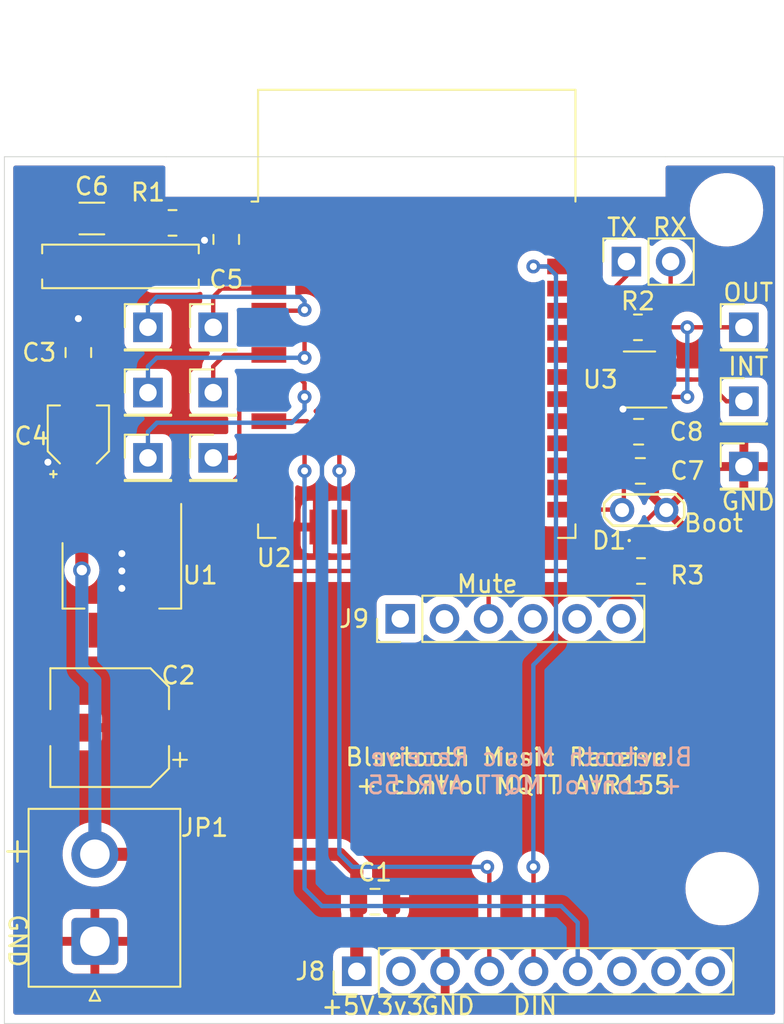
<source format=kicad_pcb>
(kicad_pcb (version 20210228) (generator pcbnew)
  (layers (0 "F.Cu" signal) (31 "B.Cu" signal) (34 "B.Paste" user) (35 "F.Paste" user) (36 "B.SilkS" user "B.Silkscreen") (37 "F.SilkS" user "F.Silkscreen") (38 "B.Mask" user) (39 "F.Mask" user) (44 "Edge.Cuts" user))
  (net 0 "")
  (net 1 "GND")
  (net 2 "+5V")
  (net 3 "+3V3")
  (net 4 "/EN")
  (net 5 "Net-(C7-Pad1)")
  (net 6 "Net-(D1-Pad2)")
  (net 7 "/ADC1_0")
  (net 8 "/AUX1")
  (net 9 "/AUX2")
  (net 10 "/AUX3")
  (net 11 "/AUX4")
  (net 12 "/AUX5")
  (net 13 "/RXD")
  (net 14 "/TXD")
  (net 18 "BCLK")
  (net 19 "DIN")
  (net 20 "WSEL")
  (net 25 "Mute")
  (net 28 "/<-RX IR")
  (net 29 "/Out CPU->")
  (net 30 "Net-(R2-Pad1)")
  (net 31 "Net-(R3-Pad2)")
  (net 34 "Net-(U2-Pad31)")
  (footprint "Capacitor_SMD:C_0805_2012Metric" (layer "F.Cu") (at 109.25 80.95 -90)
    (fp_text reference "C3" (at 0 2.25 180) (layer "F.SilkS"))
    (fp_text value "100nF")
    (fp_line (start -0.261252 -0.735) (end 0.261252 -0.735) (layer "F.SilkS") (width 0.12))
    (fp_line (start -0.261252 0.735) (end 0.261252 0.735) (layer "F.SilkS") (width 0.12))
    (pad "1" smd roundrect (at -0.95 0 270) (size 1 1.45) (layers "F.Cu" "F.Paste" "F.Mask") (net 3 "+3V3"))
    (pad "2" smd roundrect (at 0.95 0 270) (size 1 1.45) (layers "F.Cu" "F.Paste" "F.Mask") (net 1 "GND"))
  )
  (footprint "" (layer "F.Cu") (at 146.5 72.75)
    (fp_text reference "" (at 0 0) (layer "F.SilkS") (effects (font (size 1.27 1.27))))
    (fp_text value "" (at 0 0) (layer "F.SilkS") (effects (font (size 1.27 1.27))))
    (pad "1" np_thru_hole circle (at 0 0) (size 3.2 3.2) (drill 3.2) (layers *.Cu *.Mask))
  )
  (footprint "Connector_PinHeader_2.54mm:PinHeader_1x01_P2.54mm_Vertical" (layer "F.Cu") (at 113.25 79.5)
    (fp_text reference "J2" hide)
    (fp_text value "Conn_01x01_Female" hide)
    (fp_line (start -1.33 1.27) (end -1.33 1.33) (layer "F.SilkS") (width 0.12))
    (fp_line (start -1.33 0) (end -1.33 -1.33) (layer "F.SilkS") (width 0.12))
    (fp_line (start -1.33 1.33) (end 1.33 1.33) (layer "F.SilkS") (width 0.12))
    (fp_line (start -1.33 -1.33) (end 0 -1.33) (layer "F.SilkS") (width 0.12))
    (fp_line (start 1.33 1.27) (end 1.33 1.33) (layer "F.SilkS") (width 0.12))
    (fp_line (start -1.33 1.27) (end 1.33 1.27) (layer "F.SilkS") (width 0.12))
    (pad "1" thru_hole rect (at 0 0) (size 1.7 1.7) (drill 1) (layers *.Cu *.Mask) (net 8 "/AUX1"))
  )
  (footprint "Connector_PinHeader_2.54mm:PinHeader_1x01_P2.54mm_Vertical" (layer "F.Cu") (at 147.5 83.75)
    (fp_text reference "J10" hide)
    (fp_text value "Conn_01x01_Female" hide)
    (fp_line (start 1.33 1.27) (end 1.33 1.33) (layer "F.SilkS") (width 0.12))
    (fp_line (start -1.33 1.27) (end 1.33 1.27) (layer "F.SilkS") (width 0.12))
    (fp_line (start -1.33 1.33) (end 1.33 1.33) (layer "F.SilkS") (width 0.12))
    (fp_line (start -1.33 -1.33) (end 0 -1.33) (layer "F.SilkS") (width 0.12))
    (fp_line (start -1.33 1.27) (end -1.33 1.33) (layer "F.SilkS") (width 0.12))
    (fp_line (start -1.33 0) (end -1.33 -1.33) (layer "F.SilkS") (width 0.12))
    (pad "1" thru_hole rect (at 0 0) (size 1.7 1.7) (drill 1) (layers *.Cu *.Mask) (net 28 "/<-RX IR"))
  )
  (footprint "Connector_PinHeader_2.54mm:PinHeader_1x06_P2.54mm_Vertical" (layer "F.Cu") (at 127.75 96.25 90)
    (fp_text reference "J9" (at 0 -2.65 180) (layer "F.SilkS"))
    (fp_text value "Module DAC")
    (fp_line (start -1.33 14.03) (end 1.33 14.03) (layer "F.SilkS") (width 0.12))
    (fp_line (start -1.33 -1.33) (end 0 -1.33) (layer "F.SilkS") (width 0.12))
    (fp_line (start -1.33 1.27) (end -1.33 14.03) (layer "F.SilkS") (width 0.12))
    (fp_line (start 1.33 1.27) (end 1.33 14.03) (layer "F.SilkS") (width 0.12))
    (fp_line (start -1.33 0) (end -1.33 -1.33) (layer "F.SilkS") (width 0.12))
    (fp_line (start -1.33 1.27) (end 1.33 1.27) (layer "F.SilkS") (width 0.12))
    (pad "1" thru_hole rect (at 0 0 90) (size 1.7 1.7) (drill 1) (layers *.Cu *.Mask))
    (pad "2" thru_hole oval (at 0 2.54 90) (size 1.7 1.7) (drill 1) (layers *.Cu *.Mask))
    (pad "3" thru_hole oval (at 0 5.08 90) (size 1.7 1.7) (drill 1) (layers *.Cu *.Mask) (net 25 "Mute"))
    (pad "4" thru_hole oval (at 0 7.62 90) (size 1.7 1.7) (drill 1) (layers *.Cu *.Mask))
    (pad "5" thru_hole oval (at 0 10.16 90) (size 1.7 1.7) (drill 1) (layers *.Cu *.Mask))
    (pad "6" thru_hole oval (at 0 12.7 90) (size 1.7 1.7) (drill 1) (layers *.Cu *.Mask))
  )
  (footprint "Connector_PinHeader_2.54mm:PinHeader_1x01_P2.54mm_Vertical" (layer "F.Cu") (at 113.25 83.25)
    (fp_text reference "J3" hide)
    (fp_text value "Conn_01x01_Female" hide)
    (fp_line (start -1.33 1.33) (end 1.33 1.33) (layer "F.SilkS") (width 0.12))
    (fp_line (start -1.33 1.27) (end 1.33 1.27) (layer "F.SilkS") (width 0.12))
    (fp_line (start -1.33 0) (end -1.33 -1.33) (layer "F.SilkS") (width 0.12))
    (fp_line (start -1.33 1.27) (end -1.33 1.33) (layer "F.SilkS") (width 0.12))
    (fp_line (start 1.33 1.27) (end 1.33 1.33) (layer "F.SilkS") (width 0.12))
    (fp_line (start -1.33 -1.33) (end 0 -1.33) (layer "F.SilkS") (width 0.12))
    (pad "1" thru_hole rect (at 0 0) (size 1.7 1.7) (drill 1) (layers *.Cu *.Mask) (net 9 "/AUX2"))
  )
  (footprint "Connector_PinHeader_2.54mm:PinHeader_1x09_P2.54mm_Vertical" (layer "F.Cu") (at 125.25 116.5 90)
    (fp_text reference "J8" (at 0 -2.67 180) (layer "F.SilkS"))
    (fp_text value "Module DAC")
    (fp_line (start -1.33 1.27) (end 1.33 1.27) (layer "F.SilkS") (width 0.12))
    (fp_line (start -1.33 1.27) (end -1.33 21.65) (layer "F.SilkS") (width 0.12))
    (fp_line (start -1.33 21.65) (end 1.33 21.65) (layer "F.SilkS") (width 0.12))
    (fp_line (start 1.33 1.27) (end 1.33 21.65) (layer "F.SilkS") (width 0.12))
    (fp_line (start -1.33 -1.33) (end 0 -1.33) (layer "F.SilkS") (width 0.12))
    (fp_line (start -1.33 0) (end -1.33 -1.33) (layer "F.SilkS") (width 0.12))
    (pad "1" thru_hole rect (at 0 0 90) (size 1.7 1.7) (drill 1) (layers *.Cu *.Mask) (net 2 "+5V"))
    (pad "2" thru_hole oval (at 0 2.54 90) (size 1.7 1.7) (drill 1) (layers *.Cu *.Mask))
    (pad "3" thru_hole oval (at 0 5.08 90) (size 1.7 1.7) (drill 1) (layers *.Cu *.Mask) (net 1 "GND"))
    (pad "4" thru_hole oval (at 0 7.62 90) (size 1.7 1.7) (drill 1) (layers *.Cu *.Mask) (net 20 "WSEL"))
    (pad "5" thru_hole oval (at 0 10.16 90) (size 1.7 1.7) (drill 1) (layers *.Cu *.Mask) (net 19 "DIN"))
    (pad "6" thru_hole oval (at 0 12.7 90) (size 1.7 1.7) (drill 1) (layers *.Cu *.Mask) (net 18 "BCLK"))
    (pad "7" thru_hole oval (at 0 15.24 90) (size 1.7 1.7) (drill 1) (layers *.Cu *.Mask))
    (pad "8" thru_hole oval (at 0 17.78 90) (size 1.7 1.7) (drill 1) (layers *.Cu *.Mask))
    (pad "9" thru_hole oval (at 0 20.32 90) (size 1.7 1.7) (drill 1) (layers *.Cu *.Mask))
  )
  (footprint "MountingHole:MountingHole_3.2mm_M3" (layer "F.Cu") (at 146.25 111.75)
    (fp_text reference "REF**" hide)
    (fp_text value "3.2mm" hide)
    (pad "1" np_thru_hole circle (at 0 0) (size 3.2 3.2) (drill 3.2) (layers *.Cu *.Mask))
  )
  (footprint "Capacitor_SMD:CP_Elec_3x5.4" (layer "F.Cu") (at 109.25 85.75 90)
    (fp_text reference "C4" (at 0 -2.7 180) (layer "F.SilkS"))
    (fp_text value "22uF")
    (fp_line (start -2.1875 -1.6225) (end -2.1875 -1.2475) (layer "F.SilkS") (width 0.12))
    (fp_line (start 1.76 -1.76) (end 1.76 -1.06) (layer "F.SilkS") (width 0.12))
    (fp_line (start -0.870563 1.76) (end 1.76 1.76) (layer "F.SilkS") (width 0.12))
    (fp_line (start -1.570563 1.06) (end -0.870563 1.76) (layer "F.SilkS") (width 0.12))
    (fp_line (start -0.870563 -1.76) (end 1.76 -1.76) (layer "F.SilkS") (width 0.12))
    (fp_line (start -1.570563 -1.06) (end -0.870563 -1.76) (layer "F.SilkS") (width 0.12))
    (fp_line (start -2.375 -1.435) (end -2 -1.435) (layer "F.SilkS") (width 0.12))
    (fp_line (start 1.76 1.76) (end 1.76 1.06) (layer "F.SilkS") (width 0.12))
    (pad "1" smd roundrect (at -1.5 0 90) (size 2.2 1.6) (layers "F.Cu" "F.Paste" "F.Mask") (roundrect_rratio 0.15625) (net 3 "+3V3"))
    (pad "2" smd roundrect (at 1.5 0 90) (size 2.2 1.6) (layers "F.Cu" "F.Paste" "F.Mask") (roundrect_rratio 0.15625) (net 1 "GND"))
  )
  (footprint "Button_Switch_SMD:SW_SPST_REED_CT05-XXXX-J1" (layer "F.Cu") (at 111.67 76)
    (fp_text reference "SW1" hide)
    (fp_text value "Reset")
    (fp_line (start 4.5 1.25) (end 4.5 0.75) (layer "F.SilkS") (width 0.12))
    (fp_line (start 4.5 -1.25) (end -4.5 -1.25) (layer "F.SilkS") (width 0.12))
    (fp_line (start 4.5 -0.75) (end 4.5 -1.25) (layer "F.SilkS") (width 0.12))
    (fp_line (start -4.5 1.25) (end 4.5 1.25) (layer "F.SilkS") (width 0.12))
    (fp_line (start -4.5 0.75) (end -4.5 1.25) (layer "F.SilkS") (width 0.12))
    (fp_line (start -4.5 -1.25) (end -4.5 -0.75) (layer "F.SilkS") (width 0.12))
    (pad "1" smd rect (at -3.08 0) (size 2.5 2) (layers "F.Cu" "F.Paste" "F.Mask") (net 1 "GND"))
    (pad "2" smd rect (at 3.08 0) (size 2.5 2) (layers "F.Cu" "F.Paste" "F.Mask") (net 4 "/EN"))
  )
  (footprint "RF_Module:ESP32-WROOM-32" (layer "F.Cu") (at 128.7 81.72)
    (fp_text reference "U2" (at -8.2 11.03 180) (layer "F.SilkS"))
    (fp_text value "ESP32-S")
    (fp_line (start 9.12 -15.865) (end 9.12 -9.445) (layer "F.SilkS") (width 0.12))
    (fp_line (start -9.12 9.88) (end -8.12 9.88) (layer "F.SilkS") (width 0.12))
    (fp_line (start 9.12 9.1) (end 9.12 9.88) (layer "F.SilkS") (width 0.12))
    (fp_line (start -9.12 -15.865) (end 9.12 -15.865) (layer "F.SilkS") (width 0.12))
    (fp_line (start -9.12 -9.445) (end -9.5 -9.445) (layer "F.SilkS") (width 0.12))
    (fp_line (start 9.12 9.88) (end 8.12 9.88) (layer "F.SilkS") (width 0.12))
    (fp_line (start -9.12 -15.865) (end -9.12 -9.445) (layer "F.SilkS") (width 0.12))
    (fp_line (start -9.12 9.1) (end -9.12 9.88) (layer "F.SilkS") (width 0.12))
    (pad "1" smd rect (at -8.5 -8.255) (size 2 0.9) (layers "F.Cu" "F.Paste" "F.Mask") (net 1 "GND"))
    (pad "2" smd rect (at -8.5 -6.985) (size 2 0.9) (layers "F.Cu" "F.Paste" "F.Mask") (net 3 "+3V3"))
    (pad "3" smd rect (at -8.5 -5.715) (size 2 0.9) (layers "F.Cu" "F.Paste" "F.Mask") (net 4 "/EN"))
    (pad "4" smd rect (at -8.5 -4.445) (size 2 0.9) (layers "F.Cu" "F.Paste" "F.Mask") (net 7 "/ADC1_0"))
    (pad "5" smd rect (at -8.5 -3.175) (size 2 0.9) (layers "F.Cu" "F.Paste" "F.Mask") (net 8 "/AUX1"))
    (pad "6" smd rect (at -8.5 -1.905) (size 2 0.9) (layers "F.Cu" "F.Paste" "F.Mask") (net 9 "/AUX2"))
    (pad "7" smd rect (at -8.5 -0.635) (size 2 0.9) (layers "F.Cu" "F.Paste" "F.Mask") (net 10 "/AUX3"))
    (pad "8" smd rect (at -8.5 0.635) (size 2 0.9) (layers "F.Cu" "F.Paste" "F.Mask") (net 11 "/AUX4"))
    (pad "9" smd rect (at -8.5 1.905) (size 2 0.9) (layers "F.Cu" "F.Paste" "F.Mask") (net 12 "/AUX5"))
    (pad "10" smd rect (at -8.5 3.175) (size 2 0.9) (layers "F.Cu" "F.Paste" "F.Mask") (net 20 "WSEL"))
    (pad "11" smd rect (at -8.5 4.445) (size 2 0.9) (layers "F.Cu" "F.Paste" "F.Mask") (net 18 "BCLK"))
    (pad "12" smd rect (at -8.5 5.715) (size 2 0.9) (layers "F.Cu" "F.Paste" "F.Mask") (net 25 "Mute"))
    (pad "13" smd rect (at -8.5 6.985) (size 2 0.9) (layers "F.Cu" "F.Paste" "F.Mask"))
    (pad "14" smd rect (at -8.5 8.255) (size 2 0.9) (layers "F.Cu" "F.Paste" "F.Mask"))
    (pad "15" smd rect (at -5.715 9.255 90) (size 2 0.9) (layers "F.Cu" "F.Paste" "F.Mask") (net 1 "GND"))
    (pad "16" smd rect (at -4.445 9.255 90) (size 2 0.9) (layers "F.Cu" "F.Paste" "F.Mask"))
    (pad "17" smd rect (at -3.175 9.255 90) (size 2 0.9) (layers "F.Cu" "F.Paste" "F.Mask"))
    (pad "18" smd rect (at -1.905 9.255 90) (size 2 0.9) (layers "F.Cu" "F.Paste" "F.Mask"))
    (pad "19" smd rect (at -0.635 9.255 90) (size 2 0.9) (layers "F.Cu" "F.Paste" "F.Mask"))
    (pad "20" smd rect (at 0.635 9.255 90) (size 2 0.9) (layers "F.Cu" "F.Paste" "F.Mask"))
    (pad "21" smd rect (at 1.905 9.255 90) (size 2 0.9) (layers "F.Cu" "F.Paste" "F.Mask"))
    (pad "22" smd rect (at 3.175 9.255 90) (size 2 0.9) (layers "F.Cu" "F.Paste" "F.Mask"))
    (pad "23" smd rect (at 4.445 9.255 90) (size 2 0.9) (layers "F.Cu" "F.Paste" "F.Mask"))
    (pad "24" smd rect (at 5.715 9.255 90) (size 2 0.9) (layers "F.Cu" "F.Paste" "F.Mask") (net 31 "Net-(R3-Pad2)"))
    (pad "25" smd rect (at 8.5 8.255) (size 2 0.9) (layers "F.Cu" "F.Paste" "F.Mask") (net 5 "Net-(C7-Pad1)"))
    (pad "26" smd rect (at 8.5 6.985) (size 2 0.9) (layers "F.Cu" "F.Paste" "F.Mask"))
    (pad "27" smd rect (at 8.5 5.715) (size 2 0.9) (layers "F.Cu" "F.Paste" "F.Mask"))
    (pad "28" smd rect (at 8.5 4.445) (size 2 0.9) (layers "F.Cu" "F.Paste" "F.Mask"))
    (pad "29" smd rect (at 8.5 3.175) (size 2 0.9) (layers "F.Cu" "F.Paste" "F.Mask"))
    (pad "30" smd rect (at 8.5 1.905) (size 2 0.9) (layers "F.Cu" "F.Paste" "F.Mask"))
    (pad "31" smd rect (at 8.5 0.635) (size 2 0.9) (layers "F.Cu" "F.Paste" "F.Mask") (net 34 "Net-(U2-Pad31)"))
    (pad "32" smd rect (at 8.5 -0.635) (size 2 0.9) (layers "F.Cu" "F.Paste" "F.Mask"))
    (pad "33" smd rect (at 8.5 -1.905) (size 2 0.9) (layers "F.Cu" "F.Paste" "F.Mask") (net 30 "Net-(R2-Pad1)"))
    (pad "34" smd rect (at 8.5 -3.175) (size 2 0.9) (layers "F.Cu" "F.Paste" "F.Mask") (net 13 "/RXD"))
    (pad "35" smd rect (at 8.5 -4.445) (size 2 0.9) (layers "F.Cu" "F.Paste" "F.Mask") (net 14 "/TXD"))
    (pad "36" smd rect (at 8.5 -5.715) (size 2 0.9) (layers "F.Cu" "F.Paste" "F.Mask") (net 19 "DIN"))
    (pad "37" smd rect (at 8.5 -6.985) (size 2 0.9) (layers "F.Cu" "F.Paste" "F.Mask"))
    (pad "38" smd rect (at 8.5 -8.255) (size 2 0.9) (layers "F.Cu" "F.Paste" "F.Mask") (net 1 "GND"))
    (pad "39" smd rect (at -1 -0.755) (size 5 5) (layers "F.Cu" "F.Paste" "F.Mask") (net 1 "GND"))
  )
  (footprint "LED_SMD:LED_0402_1005Metric" (layer "F.Cu") (at 142 91.75)
    (fp_text reference "D1" (at -2.25 0) (layer "F.SilkS"))
    (fp_text value "LED")
    (fp_circle (center -1.09 0) (end -1.04 0) (layer "F.SilkS") (width 0.1) (fill none))
    (pad "1" smd roundrect (at -0.485 0) (size 0.59 0.64) (layers "F.Cu" "F.Paste" "F.Mask") (net 1 "GND"))
    (pad "2" smd roundrect (at 0.485 0) (size 0.59 0.64) (layers "F.Cu" "F.Paste" "F.Mask") (net 6 "Net-(D1-Pad2)"))
  )
  (footprint "Capacitor_SMD:C_0805_2012Metric" (layer "F.Cu") (at 141.45 85.5)
    (fp_text reference "C8" (at 2.75 0) (layer "F.SilkS"))
    (fp_text value "100nF")
    (fp_line (start -0.261252 0.735) (end 0.261252 0.735) (layer "F.SilkS") (width 0.12))
    (fp_line (start -0.261252 -0.735) (end 0.261252 -0.735) (layer "F.SilkS") (width 0.12))
    (pad "1" smd roundrect (at -0.95 0) (size 1 1.45) (layers "F.Cu" "F.Paste" "F.Mask") (net 3 "+3V3"))
    (pad "2" smd roundrect (at 0.95 0) (size 1 1.45) (layers "F.Cu" "F.Paste" "F.Mask") (net 1 "GND"))
  )
  (footprint "TestPoint:TestPoint_2Pads_Pitch2.54mm_Drill0.8mm" (layer "F.Cu") (at 140.5 90)
    (fp_text reference "JP0" hide)
    (fp_text value "Boot" (at 5.25 0.75) (layer "F.SilkS"))
    (fp_line (start 3.57 -0.4) (end 3.57 0.4) (layer "F.SilkS") (width 0.15))
    (fp_line (start 3.57 0.4) (end 3.07 0.9) (layer "F.SilkS") (width 0.15))
    (fp_line (start -1.03 -0.4) (end -0.53 -0.9) (layer "F.SilkS") (width 0.15))
    (fp_line (start 3.07 0.9) (end -0.53 0.9) (layer "F.SilkS") (width 0.15))
    (fp_line (start 3.07 -0.9) (end 3.57 -0.4) (layer "F.SilkS") (width 0.15))
    (fp_line (start -1.03 0.4) (end -1.03 -0.4) (layer "F.SilkS") (width 0.15))
    (fp_line (start -0.53 0.9) (end -1.03 0.4) (layer "F.SilkS") (width 0.15))
    (fp_line (start -0.53 -0.9) (end 3.07 -0.9) (layer "F.SilkS") (width 0.15))
    (pad "1" thru_hole circle (at 0 0) (size 1.4 1.4) (drill 0.8) (layers *.Cu *.Mask) (net 5 "Net-(C7-Pad1)"))
    (pad "2" thru_hole circle (at 2.54 0) (size 1.4 1.4) (drill 0.8) (layers *.Cu *.Mask) (net 1 "GND"))
  )
  (footprint "Resistor_SMD:R_0805_2012Metric" (layer "F.Cu") (at 141.4125 79.5)
    (fp_text reference "R2" (at 0 -1.5) (layer "F.SilkS"))
    (fp_text value "220")
    (fp_line (start -0.227064 -0.735) (end 0.227064 -0.735) (layer "F.SilkS") (width 0.12))
    (fp_line (start -0.227064 0.735) (end 0.227064 0.735) (layer "F.SilkS") (width 0.12))
    (pad "1" smd roundrect (at -0.9125 0) (size 1.025 1.4) (layers "F.Cu" "F.Paste" "F.Mask") (roundrect_rratio 0.2439024390243902) (net 30 "Net-(R2-Pad1)"))
    (pad "2" smd roundrect (at 0.9125 0) (size 1.025 1.4) (layers "F.Cu" "F.Paste" "F.Mask") (roundrect_rratio 0.2439024390243902) (net 29 "/Out CPU->"))
  )
  (footprint "Connector_PinHeader_2.54mm:PinHeader_1x01_P2.54mm_Vertical" (layer "F.Cu") (at 117 87)
    (fp_text reference "J6" hide)
    (fp_text value "Conn_01x01_Female" hide)
    (fp_line (start -1.33 1.33) (end 1.33 1.33) (layer "F.SilkS") (width 0.12))
    (fp_line (start -1.33 0) (end -1.33 -1.33) (layer "F.SilkS") (width 0.12))
    (fp_line (start -1.33 -1.33) (end 0 -1.33) (layer "F.SilkS") (width 0.12))
    (fp_line (start -1.33 1.27) (end 1.33 1.27) (layer "F.SilkS") (width 0.12))
    (fp_line (start -1.33 1.27) (end -1.33 1.33) (layer "F.SilkS") (width 0.12))
    (fp_line (start 1.33 1.27) (end 1.33 1.33) (layer "F.SilkS") (width 0.12))
    (pad "1" thru_hole rect (at 0 0) (size 1.7 1.7) (drill 1) (layers *.Cu *.Mask) (net 12 "/AUX5"))
  )
  (footprint "Package_TO_SOT_SMD:SOT-223-3_TabPin2" (layer "F.Cu") (at 111.75 93.75 -90)
    (fp_text reference "U1" (at 0 -4.5 -180) (layer "F.SilkS"))
    (fp_text value "LM1117-3.3")
    (fp_line (start -1.85 3.41) (end 1.91 3.41) (layer "F.SilkS") (width 0.12))
    (fp_line (start -4.1 -3.41) (end 1.91 -3.41) (layer "F.SilkS") (width 0.12))
    (fp_line (start 1.91 -3.41) (end 1.91 -2.15) (layer "F.SilkS") (width 0.12))
    (fp_line (start 1.91 3.41) (end 1.91 2.15) (layer "F.SilkS") (width 0.12))
    (pad "1" smd rect (at -3.15 -2.3 270) (size 2 1.5) (layers "F.Cu" "F.Paste" "F.Mask") (net 1 "GND"))
    (pad "2" smd rect (at -3.15 0 270) (size 2 1.5) (layers "F.Cu" "F.Paste" "F.Mask") (net 3 "+3V3"))
    (pad "2" smd rect (at 3.15 0 270) (size 2 3.8) (layers "F.Cu" "F.Paste" "F.Mask") (net 3 "+3V3"))
    (pad "3" smd rect (at -3.15 2.3 270) (size 2 1.5) (layers "F.Cu" "F.Paste" "F.Mask") (net 2 "+5V"))
  )
  (footprint "Connector_JST:JST_NV_B02P-NV_1x02_P5.00mm_Vertical" (layer "F.Cu") (at 110.2 114.7775 90)
    (fp_text reference "JP1" (at 6.5275 6.3 180) (layer "F.SilkS"))
    (fp_text value "POWER Int")
    (fp_line (start -2.81 0) (end -3.41 0.3) (layer "F.SilkS") (width 0.12))
    (fp_line (start -2.61 4.91) (end 7.61 4.91) (layer "F.SilkS") (width 0.12))
    (fp_line (start -3.41 0.3) (end -3.41 -0.3) (layer "F.SilkS") (width 0.12))
    (fp_line (start 7.61 4.91) (end 7.61 -3.81) (layer "F.SilkS") (width 0.12))
    (fp_line (start -2.61 -3.81) (end -2.61 4.91) (layer "F.SilkS") (width 0.12))
    (fp_line (start -3.41 -0.3) (end -2.81 0) (layer "F.SilkS") (width 0.12))
    (fp_line (start 7.61 -3.81) (end -2.61 -3.81) (layer "F.SilkS") (width 0.12))
    (pad "1" thru_hole roundrect (at 0 0 90) (size 2.7 2.7) (drill 1.7) (layers *.Cu *.Mask) (roundrect_rratio 0.09259296296296296) (net 1 "GND"))
    (pad "2" thru_hole circle (at 5 0 90) (size 2.7 2.7) (drill 1.7) (layers *.Cu *.Mask) (net 2 "+5V"))
  )
  (footprint "Connector_PinHeader_2.54mm:PinHeader_1x01_P2.54mm_Vertical" (layer "F.Cu") (at 117 79.5)
    (fp_text reference "J1" hide)
    (fp_text value "Conn_01x01_Female" hide)
    (fp_line (start -1.33 1.27) (end 1.33 1.27) (layer "F.SilkS") (width 0.12))
    (fp_line (start -1.33 1.33) (end 1.33 1.33) (layer "F.SilkS") (width 0.12))
    (fp_line (start -1.33 1.27) (end -1.33 1.33) (layer "F.SilkS") (width 0.12))
    (fp_line (start 1.33 1.27) (end 1.33 1.33) (layer "F.SilkS") (width 0.12))
    (fp_line (start -1.33 -1.33) (end 0 -1.33) (layer "F.SilkS") (width 0.12))
    (fp_line (start -1.33 0) (end -1.33 -1.33) (layer "F.SilkS") (width 0.12))
    (pad "1" thru_hole rect (at 0 0) (size 1.7 1.7) (drill 1) (layers *.Cu *.Mask) (net 7 "/ADC1_0"))
  )
  (footprint "Connector_PinHeader_2.54mm:PinHeader_1x01_P2.54mm_Vertical" (layer "F.Cu") (at 147.5 79.5)
    (fp_text reference "J11" hide)
    (fp_text value "Conn_01x01_Female" hide)
    (fp_line (start -1.33 0) (end -1.33 -1.33) (layer "F.SilkS") (width 0.12))
    (fp_line (start -1.33 1.33) (end 1.33 1.33) (layer "F.SilkS") (width 0.12))
    (fp_line (start 1.33 1.27) (end 1.33 1.33) (layer "F.SilkS") (width 0.12))
    (fp_line (start -1.33 -1.33) (end 0 -1.33) (layer "F.SilkS") (width 0.12))
    (fp_line (start -1.33 1.27) (end 1.33 1.27) (layer "F.SilkS") (width 0.12))
    (fp_line (start -1.33 1.27) (end -1.33 1.33) (layer "F.SilkS") (width 0.12))
    (pad "1" thru_hole rect (at 0 0) (size 1.7 1.7) (drill 1) (layers *.Cu *.Mask) (net 29 "/Out CPU->"))
  )
  (footprint "Capacitor_SMD:C_0805_2012Metric" (layer "F.Cu") (at 117.75 74.45 90)
    (fp_text reference "C5" (at -2.3 0 180) (layer "F.SilkS"))
    (fp_text value "100nF")
    (fp_line (start -0.261252 -0.735) (end 0.261252 -0.735) (layer "F.SilkS") (width 0.12))
    (fp_line (start -0.261252 0.735) (end 0.261252 0.735) (layer "F.SilkS") (width 0.12))
    (pad "1" smd roundrect (at -0.95 0 90) (size 1 1.45) (layers "F.Cu" "F.Paste" "F.Mask") (net 3 "+3V3"))
    (pad "2" smd roundrect (at 0.95 0 90) (size 1 1.45) (layers "F.Cu" "F.Paste" "F.Mask") (net 1 "GND"))
  )
  (footprint "Connector_PinSocket_2.54mm:PinSocket_1x02_P2.54mm_Vertical" (layer "F.Cu") (at 140.75 75.725 90)
    (fp_text reference "J7" hide)
    (fp_text value "Uart")
    (fp_line (start -1.33 1.27) (end 1.33 1.27) (layer "F.SilkS") (width 0.12))
    (fp_line (start 0 -1.33) (end 1.33 -1.33) (layer "F.SilkS") (width 0.12))
    (fp_line (start -1.33 3.87) (end 1.33 3.87) (layer "F.SilkS") (width 0.12))
    (fp_line (start 1.33 1.27) (end 1.33 3.87) (layer "F.SilkS") (width 0.12))
    (fp_line (start 1.33 -1.33) (end 1.33 0) (layer "F.SilkS") (width 0.12))
    (fp_line (start -1.33 1.27) (end -1.33 3.87) (layer "F.SilkS") (width 0.12))
    (pad "1" thru_hole rect (at 0 0 90) (size 1.7 1.7) (drill 1) (layers *.Cu *.Mask) (net 14 "/TXD"))
    (pad "2" thru_hole oval (at 0 2.54 90) (size 1.7 1.7) (drill 1) (layers *.Cu *.Mask) (net 13 "/RXD"))
  )
  (footprint "Package_TO_SOT_SMD:SOT-23-5" (layer "F.Cu") (at 141.5 82.5 180)
    (fp_text reference "U3" (at 2.25 0) (layer "F.SilkS"))
    (fp_text value "TS5A3167")
    (fp_line (start -0.9 1.61) (end 0.9 1.61) (layer "F.SilkS") (width 0.12))
    (fp_line (start 0.9 -1.61) (end -1.55 -1.61) (layer "F.SilkS") (width 0.12))
    (pad "1" smd rect (at -1.1 -0.95 180) (size 1.06 0.65) (layers "F.Cu" "F.Paste" "F.Mask") (net 29 "/Out CPU->"))
    (pad "2" smd rect (at -1.1 0 180) (size 1.06 0.65) (layers "F.Cu" "F.Paste" "F.Mask") (net 28 "/<-RX IR"))
    (pad "3" smd rect (at -1.1 0.95 180) (size 1.06 0.65) (layers "F.Cu" "F.Paste" "F.Mask") (net 1 "GND"))
    (pad "4" smd rect (at 1.1 0.95 180) (size 1.06 0.65) (layers "F.Cu" "F.Paste" "F.Mask") (net 34 "Net-(U2-Pad31)"))
    (pad "5" smd rect (at 1.1 -0.95 180) (size 1.06 0.65) (layers "F.Cu" "F.Paste" "F.Mask") (net 3 "+3V3"))
  )
  (footprint "Connector_PinHeader_2.54mm:PinHeader_1x01_P2.54mm_Vertical" (layer "F.Cu") (at 117 83.25)
    (fp_text reference "J4" hide)
    (fp_text value "Conn_01x01_Female" hide)
    (fp_line (start -1.33 1.27) (end 1.33 1.27) (layer "F.SilkS") (width 0.12))
    (fp_line (start 1.33 1.27) (end 1.33 1.33) (layer "F.SilkS") (width 0.12))
    (fp_line (start -1.33 0) (end -1.33 -1.33) (layer "F.SilkS") (width 0.12))
    (fp_line (start -1.33 1.33) (end 1.33 1.33) (layer "F.SilkS") (width 0.12))
    (fp_line (start -1.33 1.27) (end -1.33 1.33) (layer "F.SilkS") (width 0.12))
    (fp_line (start -1.33 -1.33) (end 0 -1.33) (layer "F.SilkS") (width 0.12))
    (pad "1" thru_hole rect (at 0 0) (size 1.7 1.7) (drill 1) (layers *.Cu *.Mask) (net 10 "/AUX3"))
  )
  (footprint "Resistor_SMD:R_0805_2012Metric" (layer "F.Cu") (at 114.6625 73.5 180)
    (fp_text reference "R1" (at 1.4125 1.75) (layer "F.SilkS"))
    (fp_text value "10K" hide)
    (fp_line (start -0.227064 0.735) (end 0.227064 0.735) (layer "F.SilkS") (width 0.12))
    (fp_line (start -0.227064 -0.735) (end 0.227064 -0.735) (layer "F.SilkS") (width 0.12))
    (pad "1" smd roundrect (at -0.9125 0 180) (size 1.025 1.4) (layers "F.Cu" "F.Paste" "F.Mask") (roundrect_rratio 0.2439024390243902) (net 3 "+3V3"))
    (pad "2" smd roundrect (at 0.9125 0 180) (size 1.025 1.4) (layers "F.Cu" "F.Paste" "F.Mask") (roundrect_rratio 0.2439024390243902) (net 4 "/EN"))
  )
  (footprint "Capacitor_SMD:CP_Elec_6.3x3" (layer "F.Cu") (at 111.05 102.5 180)
    (fp_text reference "C2" (at -3.95 3) (layer "F.SilkS"))
    (fp_text value "220uF")
    (fp_line (start -4.04375 -2.24125) (end -4.04375 -1.45375) (layer "F.SilkS") (width 0.12))
    (fp_line (start -3.41 2.345563) (end -2.345563 3.41) (layer "F.SilkS") (width 0.12))
    (fp_line (start 3.41 3.41) (end 3.41 1.06) (layer "F.SilkS") (width 0.12))
    (fp_line (start -3.41 -2.345563) (end -3.41 -1.06) (layer "F.SilkS") (width 0.12))
    (fp_line (start -2.345563 3.41) (end 3.41 3.41) (layer "F.SilkS") (width 0.12))
    (fp_line (start 3.41 -3.41) (end 3.41 -1.06) (layer "F.SilkS") (width 0.12))
    (fp_line (start -3.41 -2.345563) (end -2.345563 -3.41) (layer "F.SilkS") (width 0.12))
    (fp_line (start -2.345563 -3.41) (end 3.41 -3.41) (layer "F.SilkS") (width 0.12))
    (fp_line (start -4.4375 -1.8475) (end -3.65 -1.8475) (layer "F.SilkS") (width 0.12))
    (fp_line (start -3.41 2.345563) (end -3.41 1.06) (layer "F.SilkS") (width 0.12))
    (pad "1" smd roundrect (at -2.7 0 180) (size 3.5 1.6) (layers "F.Cu" "F.Paste" "F.Mask") (roundrect_rratio 0.15625) (net 2 "+5V"))
    (pad "2" smd roundrect (at 2.7 0 180) (size 3.5 1.6) (layers "F.Cu" "F.Paste" "F.Mask") (roundrect_rratio 0.15625) (net 1 "GND"))
  )
  (footprint "Capacitor_SMD:C_0805_2012Metric" (layer "F.Cu") (at 141.55 87.75)
    (fp_text reference "C7" (at 2.7 0) (layer "F.SilkS"))
    (fp_text value "100nF")
    (fp_line (start -0.261252 -0.735) (end 0.261252 -0.735) (layer "F.SilkS") (width 0.12))
    (fp_line (start -0.261252 0.735) (end 0.261252 0.735) (layer "F.SilkS") (width 0.12))
    (pad "1" smd roundrect (at -0.95 0) (size 1 1.45) (layers "F.Cu" "F.Paste" "F.Mask") (net 5 "Net-(C7-Pad1)"))
    (pad "2" smd roundrect (at 0.95 0) (size 1 1.45) (layers "F.Cu" "F.Paste" "F.Mask") (net 1 "GND"))
  )
  (footprint "Capacitor_SMD:C_0805_2012Metric" (layer "F.Cu") (at 126.3 112.5)
    (fp_text reference "C1" (at 0 -1.68) (layer "F.SilkS"))
    (fp_text value "100nF")
    (fp_line (start -0.261252 0.735) (end 0.261252 0.735) (layer "F.SilkS") (width 0.12))
    (fp_line (start -0.261252 -0.735) (end 0.261252 -0.735) (layer "F.SilkS") (width 0.12))
    (pad "1" smd roundrect (at -0.95 0) (size 1 1.45) (layers "F.Cu" "F.Paste" "F.Mask") (net 2 "+5V"))
    (pad "2" smd roundrect (at 0.95 0) (size 1 1.45) (layers "F.Cu" "F.Paste" "F.Mask") (net 1 "GND"))
  )
  (footprint "Connector_PinHeader_2.54mm:PinHeader_1x01_P2.54mm_Vertical" (layer "F.Cu") (at 113.25 87)
    (fp_text reference "J5" hide)
    (fp_text value "Conn_01x01_Female" hide)
    (fp_line (start -1.33 1.27) (end 1.33 1.27) (layer "F.SilkS") (width 0.12))
    (fp_line (start -1.33 1.27) (end -1.33 1.33) (layer "F.SilkS") (width 0.12))
    (fp_line (start -1.33 0) (end -1.33 -1.33) (layer "F.SilkS") (width 0.12))
    (fp_line (start -1.33 1.33) (end 1.33 1.33) (layer "F.SilkS") (width 0.12))
    (fp_line (start 1.33 1.27) (end 1.33 1.33) (layer "F.SilkS") (width 0.12))
    (fp_line (start -1.33 -1.33) (end 0 -1.33) (layer "F.SilkS") (width 0.12))
    (pad "1" thru_hole rect (at 0 0) (size 1.7 1.7) (drill 1) (layers *.Cu *.Mask) (net 11 "/AUX4"))
  )
  (footprint "Resistor_SMD:R_0805_2012Metric" (layer "F.Cu") (at 141.5875 93.5 180)
    (fp_text reference "R3" (at -2.6625 -0.25) (layer "F.SilkS"))
    (fp_text value "330")
    (fp_line (start -0.227064 0.735) (end 0.227064 0.735) (layer "F.SilkS") (width 0.12))
    (fp_line (start -0.227064 -0.735) (end 0.227064 -0.735) (layer "F.SilkS") (width 0.12))
    (pad "1" smd roundrect (at -0.9125 0 180) (size 1.025 1.4) (layers "F.Cu" "F.Paste" "F.Mask") (roundrect_rratio 0.2439024390243902) (net 6 "Net-(D1-Pad2)"))
    (pad "2" smd roundrect (at 0.9125 0 180) (size 1.025 1.4) (layers "F.Cu" "F.Paste" "F.Mask") (roundrect_rratio 0.2439024390243902) (net 31 "Net-(R3-Pad2)"))
  )
  (footprint "Connector_PinHeader_2.54mm:PinHeader_1x01_P2.54mm_Vertical" (layer "F.Cu") (at 147.5 87.5)
    (fp_text reference "J12" hide)
    (fp_text value "Conn_01x01_Female" hide)
    (fp_line (start -1.33 1.27) (end 1.33 1.27) (layer "F.SilkS") (width 0.12))
    (fp_line (start -1.33 1.33) (end 1.33 1.33) (layer "F.SilkS") (width 0.12))
    (fp_line (start -1.33 0) (end -1.33 -1.33) (layer "F.SilkS") (width 0.12))
    (fp_line (start 1.33 1.27) (end 1.33 1.33) (layer "F.SilkS") (width 0.12))
    (fp_line (start -1.33 1.27) (end -1.33 1.33) (layer "F.SilkS") (width 0.12))
    (fp_line (start -1.33 -1.33) (end 0 -1.33) (layer "F.SilkS") (width 0.12))
    (pad "1" thru_hole rect (at 0 0) (size 1.7 1.7) (drill 1) (layers *.Cu *.Mask) (net 1 "GND"))
  )
  (footprint "Capacitor_SMD:C_1206_3216Metric" (layer "F.Cu") (at 110.025 73.25)
    (fp_text reference "C6" (at 0 -1.85) (layer "F.SilkS"))
    (fp_text value "1uF")
    (fp_line (start -0.711252 0.91) (end 0.711252 0.91) (layer "F.SilkS") (width 0.12))
    (fp_line (start -0.711252 -0.91) (end 0.711252 -0.91) (layer "F.SilkS") (width 0.12))
    (pad "1" smd roundrect (at -1.475 0) (size 1.15 1.8) (layers "F.Cu" "F.Paste" "F.Mask") (roundrect_rratio 0.2173913043478261) (net 1 "GND"))
    (pad "2" smd roundrect (at 1.475 0) (size 1.15 1.8) (layers "F.Cu" "F.Paste" "F.Mask") (roundrect_rratio 0.2173913043478261) (net 4 "/EN"))
  )
  (gr_line (start 149.8 119.5) (end 149.8 69.7) (layer "Edge.Cuts") (width 0.05))
  (gr_line (start 114.3 69.7) (end 105 69.7) (layer "Edge.Cuts") (width 0.05))
  (gr_line (start 149.7 119.5) (end 149.8 119.5) (layer "Edge.Cuts") (width 0.05))
  (gr_line (start 149.8 69.7) (end 143 69.7) (layer "Edge.Cuts") (width 0.05))
  (gr_line (start 143 69.7) (end 114.3 69.7) (layer "Edge.Cuts") (width 0.05))
  (gr_line (start 105 119.5) (end 149.7 119.5) (layer "Edge.Cuts") (width 0.05))
  (gr_line (start 105 69.7) (end 105 119.5) (layer "Edge.Cuts") (width 0.05))
  (gr_text "Bluetooth Music Receive \n+ control MQTT AVR155" (at 134.9 105) (layer "B.SilkS") (effects (font (size 1 1)) (justify mirror)))
  (gr_text "OUT" (at 147.75 77.5) (layer "F.SilkS") (effects (font (size 1 1))))
  (gr_text "+5V" (at 124.75 118.5) (layer "F.SilkS") (effects (font (size 1 1))))
  (gr_text "INT" (at 147.75 81.75) (layer "F.SilkS") (effects (font (size 1 1))))
  (gr_text "RX" (at 143.25 73.75) (layer "F.SilkS") (effects (font (size 1 1))))
  (gr_text "Mute" (at 132.75 94.25) (layer "F.SilkS") (effects (font (size 1 1))))
  (gr_text "+" (at 105.75 109.5) (layer "F.SilkS") (effects (font (size 1.5 1.5))))
  (gr_text "GND" (at 130.5 118.5) (layer "F.SilkS") (effects (font (size 1 1))))
  (gr_text "DIN" (at 135.5 118.5) (layer "F.SilkS") (effects (font (size 1 1))))
  (gr_text "3v3" (at 127.75 118.5) (layer "F.SilkS") (effects (font (size 1 1))))
  (gr_text "Bluetooth Music Receive \n+ control MQTT AVR155" (at 134.25 105) (layer "F.SilkS") (effects (font (size 1 1))))
  (gr_text "GND" (at 105.75 114.75 270) (layer "F.SilkS") (effects (font (size 1 1))))
  (gr_text "GND" (at 147.75 89.5) (layer "F.SilkS") (effects (font (size 1 1))))
  (gr_text "TX" (at 140.5 73.75) (layer "F.SilkS") (effects (font (size 1 1))))
  (segment (start 139.75 95) (end 141.25 95) (width 0.25) (layer "F.Cu") (net 1))
  (segment (start 142.5 90) (end 141.5 91) (width 0.25) (layer "F.Cu") (net 1))
  (segment (start 141.4 82.5) (end 139.7 82.5) (width 0.25) (layer "F.Cu") (net 1))
  (segment (start 143.04 90) (end 142.5 90) (width 0.25) (layer "F.Cu") (net 1))
  (segment (start 140 94.75) (end 139.75 95) (width 0.25) (layer "F.Cu") (net 1))
  (segment (start 142.4 85.5) (end 142.4 86.35) (width 0.25) (layer "F.Cu") (net 1))
  (segment (start 141.4 82.2) (end 141.4 82.5) (width 0.25) (layer "F.Cu") (net 1))
  (segment (start 142.4 86.35) (end 142.05002 86.69998) (width 0.25) (layer "F.Cu") (net 1))
  (segment (start 143.04 90) (end 142.29 89.25) (width 0.25) (layer "F.Cu") (net 1))
  (segment (start 142.6 81.55) (end 142.05 81.55) (width 0.25) (layer "F.Cu") (net 1))
  (segment (start 142.29 89.25) (end 142.5 89.04) (width 0.25) (layer "F.Cu") (net 1))
  (segment (start 141.515 91.015) (end 141.515 91.75) (width 0.25) (layer "F.Cu") (net 1))
  (segment (start 141.5 91) (end 141.515 91.015) (width 0.25) (layer "F.Cu") (net 1))
  (segment (start 142.05 81.55) (end 141.4 82.2) (width 0.25) (layer "F.Cu") (net 1))
  (segment (start 141.4 82.5) (end 141.1 82.5) (width 0.25) (layer "F.Cu") (net 1))
  (segment (start 142.5 89.04) (end 142.5 87.75) (width 0.25) (layer "F.Cu") (net 1))
  (segment (start 141.25 94.75) (end 140 94.75) (width 0.25) (layer "F.Cu") (net 1))
  (segment (start 142.05002 86.69998) (end 139.30002 86.69998) (width 0.25) (layer "F.Cu") (net 1))
  (segment (start 142.05 81.55) (end 141.95 81.65) (width 0.25) (layer "F.Cu") (net 1))
  (segment (start 113.75 109.5) (end 114.0275 109.7775) (width 0.75) (layer "F.Cu") (net 2))
  (segment (start 125.25 116.5) (end 125.25 110.75) (width 0.75) (layer "F.Cu") (net 2))
  (segment (start 124.2775 109.7775) (end 118.2775 109.7775) (width 0.75) (layer "F.Cu") (net 2))
  (segment (start 118.2775 109.7775) (end 114.0275 109.7775) (width 0.75) (layer "F.Cu") (net 2))
  (segment (start 109.45 90.6) (end 109.45 93.45) (width 0.75) (layer "F.Cu") (net 2))
  (segment (start 125.25 110.75) (end 124.2775 109.7775) (width 0.75) (layer "F.Cu") (net 2))
  (segment (start 113.75 102.5) (end 113.75 109.5) (width 0.75) (layer "F.Cu") (net 2))
  (segment (start 114.0275 109.7775) (end 110.2 109.7775) (width 0.75) (layer "F.Cu") (net 2))
  (via (at 109.45 93.45) (size 1) (drill 0.6) (layers "F.Cu" "B.Cu") (net 2))
  (segment (start 109.45 93.45) (end 109.45 99.05) (width 0.75) (layer "B.Cu") (net 2))
  (segment (start 110.2 99.8) (end 110.2 109.7775) (width 0.75) (layer "B.Cu") (net 2))
  (segment (start 109.45 99.05) (end 110.2 99.8) (width 0.75) (layer "B.Cu") (net 2))
  (segment (start 116.5 74.5) (end 116.5 74) (width 0.25) (layer "F.Cu") (net 3))
  (segment (start 111.75 94.5) (end 111.75 96.9) (width 0.75) (layer "F.Cu") (net 3))
  (segment (start 140.55 85.5) (end 140.55 84.2) (width 0.25) (layer "F.Cu") (net 3))
  (segment (start 140.55 83.6) (end 140.4 83.45) (width 0.25) (layer "F.Cu") (net 3))
  (segment (start 116.9 75.4) (end 116.5 75) (width 0.25) (layer "F.Cu") (net 3))
  (segment (start 109.25 87.25) (end 107.5 87.25) (width 0.25) (layer "F.Cu") (net 3))
  (segment (start 140.55 84.2) (end 140.55 83.6) (width 0.25) (layer "F.Cu") (net 3))
  (segment (start 120.2 74.735) (end 119.265 74.735) (width 0.25) (layer "F.Cu") (net 3))
  (segment (start 117.75 75.4) (end 116.9 75.4) (width 0.25) (layer "F.Cu") (net 3))
  (segment (start 116.5 74) (end 116 73.5) (width 0.25) (layer "F.Cu") (net 3))
  (segment (start 111.75 90.6) (end 111.75 92.5) (width 0.75) (layer "F.Cu") (net 3))
  (segment (start 109.25 80) (end 109.25 79) (width 0.25) (layer "F.Cu") (net 3))
  (segment (start 111.75 93.5) (end 111.75 94.5) (width 0.75) (layer "F.Cu") (net 3))
  (segment (start 119.265 74.735) (end 118.6 75.4) (width 0.25) (layer "F.Cu") (net 3))
  (segment (start 118.6 75.4) (end 117.75 75.4) (width 0.25) (layer "F.Cu") (net 3))
  (segment (start 111.75 92.5) (end 111.75 93.5) (width 0.75) (layer "F.Cu") (net 3))
  (segment (start 111.75 90.6) (end 111.75 89.75) (width 0.25) (layer "F.Cu") (net 3))
  (segment (start 116 73.5) (end 115.575 73.5) (width 0.25) (layer "F.Cu") (net 3))
  (segment (start 116.5 75) (end 116.5 74.25) (width 0.25) (layer "F.Cu") (net 3))
  (via (at 111.75 92.5) (size 0.8) (drill 0.4) (layers "F.Cu" "B.Cu") (net 3))
  (via (at 140.55 84.2) (size 0.8) (drill 0.4) (layers "F.Cu" "B.Cu") (net 3))
  (via (at 111.75 94.5) (size 0.8) (drill 0.4) (layers "F.Cu" "B.Cu") (net 3))
  (via (at 107.5 87.25) (size 0.8) (drill 0.4) (layers "F.Cu" "B.Cu") (net 3))
  (via (at 116.5 74.5) (size 0.8) (drill 0.4) (layers "F.Cu" "B.Cu") (net 3))
  (via (at 109.25 79) (size 0.8) (drill 0.4) (layers "F.Cu" "B.Cu") (net 3))
  (via (at 111.75 93.5) (size 0.8) (drill 0.4) (layers "F.Cu" "B.Cu") (net 3))
  (segment (start 123.25 88.25) (end 123.25 87.25) (width 0.25) (layer "B.Cu") (net 3))
  (segment (start 120.2 76.005) (end 119.245 76.005) (width 0.25) (layer "F.Cu") (net 4))
  (segment (start 113.5 73.25) (end 113.75 73.5) (width 0.25) (layer "F.Cu") (net 4))
  (segment (start 116.5 76.5) (end 116 76) (width 0.25) (layer "F.Cu") (net 4))
  (segment (start 119.245 76.005) (end 118.75 76.5) (width 0.25) (layer "F.Cu") (net 4))
  (segment (start 116 76) (end 114.75 76) (width 0.25) (layer "F.Cu") (net 4))
  (segment (start 111.5 73.25) (end 113.5 73.25) (width 0.25) (layer "F.Cu") (net 4))
  (segment (start 114.75 76) (end 113.75 75) (width 0.25) (layer "F.Cu") (net 4))
  (segment (start 118.75 76.5) (end 116.5 76.5) (width 0.25) (layer "F.Cu") (net 4))
  (segment (start 113.75 75) (end 113.75 73.5) (width 0.25) (layer "F.Cu") (net 4))
  (segment (start 140.6 89.9) (end 140.5 90) (width 0.25) (layer "F.Cu") (net 5))
  (segment (start 137.2 89.975) (end 140.475 89.975) (width 0.25) (layer "F.Cu") (net 5))
  (segment (start 140.475 89.975) (end 140.5 90) (width 0.25) (layer "F.Cu") (net 5))
  (segment (start 140.6 87.75) (end 140.6 89.9) (width 0.25) (layer "F.Cu") (net 5))
  (segment (start 142.485 93.485) (end 142.5 93.5) (width 0.25) (layer "F.Cu") (net 6))
  (segment (start 142.485 91.75) (end 142.485 93.485) (width 0.25) (layer "F.Cu") (net 6))
  (segment (start 117 77.75) (end 117 79.5) (width 0.25) (layer "F.Cu") (net 7))
  (segment (start 117.475 77.275) (end 117 77.75) (width 0.25) (layer "F.Cu") (net 7))
  (segment (start 120.2 77.275) (end 117.475 77.275) (width 0.25) (layer "F.Cu") (net 7))
  (segment (start 122.205 78.545) (end 122.25 78.5) (width 0.25) (layer "F.Cu") (net 8))
  (segment (start 121.955 78.545) (end 122.205 78.545) (width 0.25) (layer "F.Cu") (net 8))
  (segment (start 120.2 78.545) (end 121.955 78.545) (width 0.25) (layer "F.Cu") (net 8))
  (via (at 122.25 78.5) (size 0.8) (drill 0.4) (layers "F.Cu" "B.Cu") (net 8))
  (segment (start 122.25 78) (end 122 77.75) (width 0.25) (layer "B.Cu") (net 8))
  (segment (start 113.75 77.75) (end 113.25 78.25) (width 0.25) (layer "B.Cu") (net 8))
  (segment (start 122 77.75) (end 113.75 77.75) (width 0.25) (layer "B.Cu") (net 8))
  (segment (start 122.25 78.5) (end 122.25 78) (width 0.25) (layer "B.Cu") (net 8))
  (segment (start 113.25 78.25) (end 113.25 79.5) (width 0.25) (layer "B.Cu") (net 8))
  (segment (start 122.25 80.25) (end 122.25 81.25) (width 0.25) (layer "F.Cu") (net 9))
  (segment (start 120.2 79.815) (end 121.815 79.815) (width 0.25) (layer "F.Cu") (net 9))
  (segment (start 121.815 79.815) (end 122.25 80.25) (width 0.25) (layer "F.Cu") (net 9))
  (via (at 122.25 81.25) (size 0.8) (drill 0.4) (layers "F.Cu" "B.Cu") (net 9))
  (segment (start 113.25 81.75) (end 113.25 83.25) (width 0.25) (layer "B.Cu") (net 9))
  (segment (start 113.75 81.25) (end 113.25 81.75) (width 0.25) (layer "B.Cu") (net 9))
  (segment (start 122.25 81.25) (end 113.75 81.25) (width 0.25) (layer "B.Cu") (net 9))
  (segment (start 120.2 81.085) (end 117.665 81.085) (width 0.25) (layer "F.Cu") (net 10))
  (segment (start 117.665 81.085) (end 117 81.75) (width 0.25) (layer "F.Cu") (net 10))
  (segment (start 117 81.75) (end 117 83.25) (width 0.25) (layer "F.Cu") (net 10))
  (segment (start 120.2 82.355) (end 121.895 82.355) (width 0.25) (layer "F.Cu") (net 11))
  (segment (start 122.25 83.5) (end 122.25 82.71) (width 0.25) (layer "F.Cu") (net 11))
  (segment (start 122.25 82.71) (end 121.895 82.355) (width 0.25) (layer "F.Cu") (net 11))
  (via (at 122.25 83.5) (size 0.8) (drill 0.4) (layers "F.Cu" "B.Cu") (net 11))
  (segment (start 121.518293 84.981707) (end 121.268293 84.981707) (width 0.25) (layer "B.Cu") (net 11))
  (segment (start 122.25 84.25) (end 121.518293 84.981707) (width 0.25) (layer "B.Cu") (net 11))
  (segment (start 113.768293 84.981707) (end 113.25 85.5) (width 0.25) (layer "B.Cu") (net 11))
  (segment (start 113.25 85.5) (end 113.25 87) (width 0.25) (layer "B.Cu") (net 11))
  (segment (start 121.518293 84.981707) (end 113.768293 84.981707) (width 0.25) (layer "B.Cu") (net 11))
  (segment (start 113.768293 84.981707) (end 113.5 85.25) (width 0.25) (layer "B.Cu") (net 11))
  (segment (start 122.25 83.5) (end 122.25 84.25) (width 0.25) (layer "B.Cu") (net 11))
  (segment (start 118.5 86.75) (end 118.25 87) (width 0.25) (layer "F.Cu") (net 12))
  (segment (start 118.25 87) (end 117 87) (width 0.25) (layer "F.Cu") (net 12))
  (segment (start 120.2 83.625) (end 118.95 83.625) (width 0.25) (layer "F.Cu") (net 12))
  (segment (start 118.95 83.625) (end 118.5 84.075) (width 0.25) (layer "F.Cu") (net 12))
  (segment (start 118.5 84.075) (end 118.5 86.75) (width 0.25) (layer "F.Cu") (net 12))
  (segment (start 138.455 78.545) (end 139 78) (width 0.25) (layer "F.Cu") (net 13))
  (segment (start 143.29 75.725) (end 143.29 77.46) (width 0.25) (layer "F.Cu") (net 13))
  (segment (start 137.2 78.545) (end 138.455 78.545) (width 0.25) (layer "F.Cu") (net 13))
  (segment (start 143.29 77.46) (end 142.75 78) (width 0.25) (layer "F.Cu") (net 13))
  (segment (start 139 78) (end 142.75 78) (width 0.25) (layer "F.Cu") (net 13))
  (segment (start 137.2 77.275) (end 140.025 77.275) (width 0.25) (layer "F.Cu") (net 14))
  (segment (start 140.75 75.725) (end 140.75 76.55) (width 0.25) (layer "F.Cu") (net 14))
  (segment (start 140.75 76.55) (end 140.025 77.275) (width 0.25) (layer "F.Cu") (net 14))
  (segment (start 121.835 86.165) (end 120.2 86.165) (width 0.25) (layer "F.Cu") (net 18))
  (segment (start 122.25 86.58) (end 121.835 86.165) (width 0.25) (layer "F.Cu") (net 18))
  (segment (start 122.25 87.75) (end 122.25 86.58) (width 0.25) (layer "F.Cu") (net 18))
  (via (at 122.25 87.75) (size 0.8) (drill 0.4) (layers "F.Cu" "B.Cu") (net 18))
  (segment (start 123.25 112.75) (end 124 112.75) (width 0.25) (layer "B.Cu") (net 18))
  (segment (start 137.95 116.5) (end 137.95 113.7) (width 0.25) (layer "B.Cu") (net 18))
  (segment (start 137.95 113.7) (end 137.5 113.25) (width 0.25) (layer "B.Cu") (net 18))
  (segment (start 123.25 112.75) (end 137 112.75) (width 0.25) (layer "B.Cu") (net 18))
  (segment (start 122.25 87.75) (end 122.25 111.75) (width 0.25) (layer "B.Cu") (net 18))
  (segment (start 122.25 111.75) (end 123.25 112.75) (width 0.25) (layer "B.Cu") (net 18))
  (segment (start 137 112.75) (end 137.95 113.7) (width 0.25) (layer "B.Cu") (net 18))
  (segment (start 137.2 76.005) (end 135.4 76.005) (width 0.25) (layer "F.Cu") (net 19))
  (segment (start 135.41 110.41) (end 135.41 116.5) (width 0.25) (layer "F.Cu") (net 19))
  (segment (start 135.4 110.5) (end 135.41 110.41) (width 0.25) (layer "F.Cu") (net 19))
  (via (at 135.4 110.5) (size 0.8) (drill 0.4) (layers "F.Cu" "B.Cu") (net 19))
  (via (at 135.4 76.005) (size 0.8) (drill 0.4) (layers "F.Cu" "B.Cu") (net 19))
  (segment (start 136.205 76.005) (end 136.7 76.5) (width 0.25) (layer "B.Cu") (net 19))
  (segment (start 135.4 76.005) (end 136.205 76.005) (width 0.25) (layer "B.Cu") (net 19))
  (segment (start 136.7 97.6) (end 135.4 98.9) (width 0.25) (layer "B.Cu") (net 19))
  (segment (start 135.4 98.9) (end 135.4 110.5) (width 0.25) (layer "B.Cu") (net 19))
  (segment (start 136.7 76.5) (end 136.7 97.6) (width 0.25) (layer "B.Cu") (net 19))
  (segment (start 124.25 87.75) (end 124.25 86.75) (width 0.25) (layer "F.Cu") (net 20))
  (segment (start 120.2 84.895) (end 122.395 84.895) (width 0.25) (layer "F.Cu") (net 20))
  (segment (start 132.87 116.5) (end 132.87 110.62) (width 0.25) (layer "F.Cu") (net 20))
  (segment (start 132.87 110.62) (end 132.75 110.5) (width 0.25) (layer "F.Cu") (net 20))
  (segment (start 122.395 84.895) (end 124.25 86.75) (width 0.25) (layer "F.Cu") (net 20))
  (via (at 132.75 110.5) (size 0.8) (drill 0.4) (layers "F.Cu" "B.Cu") (net 20))
  (via (at 124.25 87.75) (size 0.8) (drill 0.4) (layers "F.Cu" "B.Cu") (net 20))
  (segment (start 124.25 87.75) (end 124.25 109.75) (width 0.25) (layer "B.Cu") (net 20))
  (segment (start 124.25 109.75) (end 125 110.5) (width 0.25) (layer "B.Cu") (net 20))
  (segment (start 125 110.5) (end 132.75 110.5) (width 0.25) (layer "B.Cu") (net 20))
  (segment (start 132.83 94.08) (end 132.83 96.25) (width 0.25) (layer "F.Cu") (net 25))
  (segment (start 118.25 88.25) (end 118.25 92.5) (width 0.25) (layer "F.Cu") (net 25))
  (segment (start 132.25 93.5) (end 132.83 94.08) (width 0.25) (layer "F.Cu") (net 25))
  (segment (start 118.25 92.5) (end 119.25 93.5) (width 0.25) (layer "F.Cu") (net 25))
  (segment (start 120.2 87.435) (end 119.065 87.435) (width 0.25) (layer "F.Cu") (net 25))
  (segment (start 119.065 87.435) (end 118.25 88.25) (width 0.25) (layer "F.Cu") (net 25))
  (segment (start 119.25 93.5) (end 132.25 93.5) (width 0.25) (layer "F.Cu") (net 25))
  (segment (start 120.385 87.25) (end 120.2 87.435) (width 0.25) (layer "F.Cu") (net 25))
  (segment (start 144.25 82.5) (end 144.5 82.5) (width 0.25) (layer "F.Cu") (net 28))
  (segment (start 145.25 82.5) (end 144.25 82.5) (width 0.25) (layer "F.Cu") (net 28))
  (segment (start 147.75 83.75) (end 146.5 83.75) (width 0.25) (layer "F.Cu") (net 28))
  (segment (start 146.5 83.75) (end 145.25 82.5) (width 0.25) (layer "F.Cu") (net 28))
  (segment (start 142.6 82.5) (end 144.25 82.5) (width 0.25) (layer "F.Cu") (net 28))
  (segment (start 142.65 83.5) (end 142.6 83.45) (width 0.25) (layer "F.Cu") (net 29))
  (segment (start 144.25 79.5) (end 142.325 79.5) (width 0.25) (layer "F.Cu") (net 29))
  (segment (start 144.25 83.5) (end 142.65 83.5) (width 0.25) (layer "F.Cu") (net 29))
  (segment (start 147.75 79.5) (end 144.25 79.5) (width 0.25) (layer "F.Cu") (net 29))
  (via (at 144.25 83.5) (size 0.8) (drill 0.4) (layers "F.Cu" "B.Cu") (net 29))
  (via (at 144.25 79.5) (size 0.8) (drill 0.4) (layers "F.Cu" "B.Cu") (net 29))
  (segment (start 144.25 83.5) (end 144.25 79.5) (width 0.25) (layer "B.Cu") (net 29))
  (segment (start 139.185 79.815) (end 139.5 79.5) (width 0.25) (layer "F.Cu") (net 30))
  (segment (start 137.2 79.815) (end 139.185 79.815) (width 0.25) (layer "F.Cu") (net 30))
  (segment (start 139.5 79.5) (end 140.5 79.5) (width 0.25) (layer "F.Cu") (net 30))
  (segment (start 140.675 93.5) (end 135 93.5) (width 0.25) (layer "F.Cu") (net 31))
  (segment (start 135 93.5) (end 134.415 92.915) (width 0.25) (layer "F.Cu") (net 31))
  (segment (start 134.415 92.915) (end 134.415 90.975) (width 0.25) (layer "F.Cu") (net 31))
  (segment (start 138.645 82.355) (end 139.45 81.55) (width 0.25) (layer "F.Cu") (net 34))
  (segment (start 139.45 81.55) (end 140.4 81.55) (width 0.25) (layer "F.Cu") (net 34))
  (segment (start 137.2 82.355) (end 138.645 82.355) (width 0.25) (layer "F.Cu") (net 34))
  (zone (net 1) (net_name "GND") (layer "F.Cu") (connect_pads (clearance 0.508)) (min_thickness 0.254) (fill yes (thermal_gap 0.508) (thermal_bridge_width 0.508))
    (polygon (pts (xy 114.25 72) (xy 143 72) (xy 143 69.75) (xy 149.75 69.75) (xy 149.75 119.5) (xy 105 119.5) (xy 105 69.75) (xy 114.25 69.75)))
  )
  (zone (net 3) (net_name "+3V3") (layer "B.Cu") (connect_pads (clearance 0.508)) (min_thickness 0.254) (fill yes (thermal_gap 0.508) (thermal_bridge_width 0.508))
    (polygon (pts (xy 114.25 72) (xy 143 72) (xy 143 69.75) (xy 149.75 69.75) (xy 149.75 119.5) (xy 105 119.5) (xy 105 69.75) (xy 114.25 69.75)))
  )
)
</source>
